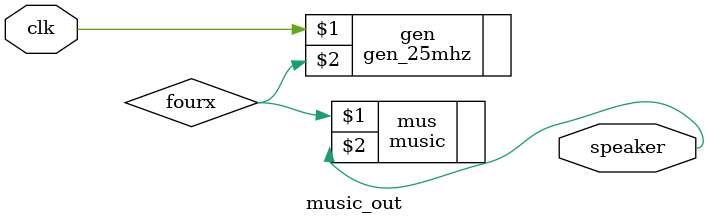
<source format=v>
`timescale 1ns / 1ps


module music_out(
	input clk,
	output speaker
);

wire fourx;
gen_25mhz gen(clk,fourx);
music mus(fourx,speaker);

endmodule
</source>
